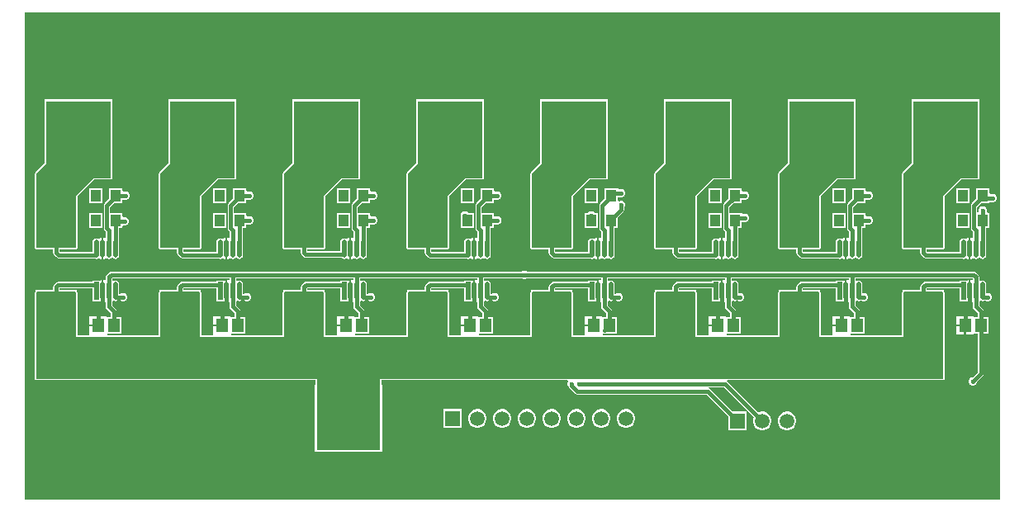
<source format=gbr>
%TF.GenerationSoftware,Altium Limited,Altium Designer,23.10.1 (27)*%
G04 Layer_Physical_Order=1*
G04 Layer_Color=255*
%FSLAX45Y45*%
%MOMM*%
%TF.SameCoordinates,A038C99E-A49E-49FA-BA90-4B12FE75E0D5*%
%TF.FilePolarity,Positive*%
%TF.FileFunction,Copper,L1,Top,Signal*%
%TF.Part,Single*%
G01*
G75*
%TA.AperFunction,SMDPad,CuDef*%
%ADD10R,1.10000X1.30000*%
%ADD11R,1.30464X1.45620*%
G04:AMPARAMS|DCode=12|XSize=1.8565mm|YSize=0.49798mm|CornerRadius=0.24899mm|HoleSize=0mm|Usage=FLASHONLY|Rotation=90.000|XOffset=0mm|YOffset=0mm|HoleType=Round|Shape=RoundedRectangle|*
%AMROUNDEDRECTD12*
21,1,1.85650,0.00000,0,0,90.0*
21,1,1.35852,0.49798,0,0,90.0*
1,1,0.49798,0.00000,0.67926*
1,1,0.49798,0.00000,-0.67926*
1,1,0.49798,0.00000,-0.67926*
1,1,0.49798,0.00000,0.67926*
%
%ADD12ROUNDEDRECTD12*%
%ADD13R,0.49798X1.85650*%
%ADD14R,4.00000X1.80000*%
%TA.AperFunction,Conductor*%
%ADD15C,0.38100*%
%TA.AperFunction,ComponentPad*%
%ADD16R,6.50000X6.50000*%
%ADD17R,6.50000X6.50000*%
%ADD18R,1.50000X1.50000*%
%ADD19C,1.50000*%
%TA.AperFunction,ViaPad*%
%ADD20C,0.45000*%
%ADD21C,0.50000*%
G36*
X14500000Y7700000D02*
X4500000D01*
Y12700000D01*
X14500000D01*
Y7700000D01*
D02*
G37*
%LPC*%
G36*
X10586700Y10898100D02*
X10451300D01*
Y10788481D01*
X10402059Y10739240D01*
X10395042Y10728738D01*
X10392578Y10716350D01*
Y10485225D01*
X10395042Y10472837D01*
X10402059Y10462334D01*
X10414128Y10450266D01*
Y10388884D01*
X10401428Y10382096D01*
X10399019Y10383706D01*
X10391500Y10385201D01*
Y10273485D01*
Y10161770D01*
X10399019Y10163266D01*
X10413870Y10173189D01*
X10428566Y10172323D01*
X10431830Y10170142D01*
X10446500Y10167224D01*
X10461171Y10170142D01*
X10470504Y10176379D01*
X10479000Y10177647D01*
X10487496Y10176379D01*
X10496829Y10170142D01*
X10511500Y10167224D01*
X10526170Y10170142D01*
X10538607Y10178452D01*
X10546917Y10190889D01*
X10549836Y10205560D01*
Y10341412D01*
X10546917Y10356082D01*
X10546110Y10357290D01*
Y10488700D01*
X10586700D01*
Y10598319D01*
X10638770Y10650389D01*
X10645788Y10660892D01*
X10648252Y10673280D01*
Y10693598D01*
X10653230Y10698576D01*
X10659700Y10714197D01*
Y10731104D01*
X10653230Y10746724D01*
X10641274Y10758680D01*
X10625654Y10765150D01*
X10608746D01*
X10599400Y10761279D01*
X10586700Y10768847D01*
Y10799603D01*
X10599400Y10807171D01*
X10608746Y10803300D01*
X10625654D01*
X10641274Y10809770D01*
X10653230Y10821726D01*
X10659700Y10837346D01*
Y10854254D01*
X10653230Y10869874D01*
X10641274Y10881830D01*
X10625654Y10888300D01*
X10608746D01*
X10599400Y10884429D01*
X10586700Y10891997D01*
Y10898100D01*
D02*
G37*
G36*
X13126700D02*
X12991299D01*
Y10788481D01*
X12942059Y10739240D01*
X12935042Y10728738D01*
X12932578Y10716350D01*
Y10485225D01*
X12935042Y10472837D01*
X12942059Y10462334D01*
X12954128Y10450266D01*
Y10388884D01*
X12941428Y10382096D01*
X12939018Y10383706D01*
X12931500Y10385201D01*
Y10273485D01*
Y10161770D01*
X12939018Y10163266D01*
X12953870Y10173189D01*
X12968565Y10172323D01*
X12971831Y10170142D01*
X12986501Y10167224D01*
X13001170Y10170142D01*
X13013606Y10178452D01*
X13024393D01*
X13036829Y10170142D01*
X13051500Y10167224D01*
X13066170Y10170142D01*
X13078607Y10178452D01*
X13086917Y10190889D01*
X13089836Y10205560D01*
Y10341412D01*
X13086917Y10356082D01*
X13086110Y10357290D01*
Y10488700D01*
X13126700D01*
Y10520203D01*
X13139400Y10527771D01*
X13148746Y10523900D01*
X13165654D01*
X13181274Y10530370D01*
X13193230Y10542326D01*
X13199699Y10557946D01*
Y10574854D01*
X13193230Y10590474D01*
X13181274Y10602430D01*
X13165654Y10608900D01*
X13148746D01*
X13139400Y10605029D01*
X13126700Y10612597D01*
Y10644100D01*
X12997322D01*
Y10702941D01*
X13037080Y10742700D01*
X13126700D01*
Y10774203D01*
X13139400Y10781771D01*
X13148746Y10777900D01*
X13165654D01*
X13181274Y10784370D01*
X13193230Y10796326D01*
X13199699Y10811946D01*
Y10828854D01*
X13193230Y10844474D01*
X13181274Y10856430D01*
X13165654Y10862900D01*
X13148746D01*
X13139400Y10859029D01*
X13126700Y10866597D01*
Y10898100D01*
D02*
G37*
G36*
X11856700D02*
X11721300D01*
Y10788481D01*
X11672059Y10739240D01*
X11665042Y10728738D01*
X11662578Y10716350D01*
Y10485225D01*
X11665042Y10472837D01*
X11672059Y10462334D01*
X11684128Y10450266D01*
Y10388884D01*
X11671428Y10382096D01*
X11669019Y10383706D01*
X11661500Y10385201D01*
Y10273485D01*
Y10161770D01*
X11669019Y10163266D01*
X11683870Y10173189D01*
X11698566Y10172323D01*
X11701830Y10170142D01*
X11716500Y10167224D01*
X11731171Y10170142D01*
X11743607Y10178452D01*
X11754393D01*
X11766829Y10170142D01*
X11781500Y10167224D01*
X11796170Y10170142D01*
X11808607Y10178452D01*
X11816917Y10190889D01*
X11819836Y10205560D01*
Y10341412D01*
X11816917Y10356082D01*
X11816110Y10357290D01*
Y10488700D01*
X11856700D01*
Y10545603D01*
X11869400Y10553171D01*
X11878746Y10549300D01*
X11895654D01*
X11911274Y10555770D01*
X11923230Y10567726D01*
X11929700Y10583346D01*
Y10600254D01*
X11923230Y10615874D01*
X11911274Y10627830D01*
X11895654Y10634300D01*
X11878746D01*
X11869400Y10630429D01*
X11856700Y10637997D01*
Y10644100D01*
X11727322D01*
Y10702941D01*
X11767081Y10742700D01*
X11856700D01*
Y10774203D01*
X11869400Y10781771D01*
X11878746Y10777900D01*
X11895654D01*
X11911274Y10784370D01*
X11923230Y10796326D01*
X11929700Y10811946D01*
Y10828854D01*
X11923230Y10844474D01*
X11911274Y10856430D01*
X11895654Y10862900D01*
X11878746D01*
X11869400Y10859029D01*
X11856700Y10866597D01*
Y10898100D01*
D02*
G37*
G36*
X9316700D02*
X9181300D01*
Y10788481D01*
X9132059Y10739240D01*
X9125042Y10728738D01*
X9122578Y10716350D01*
Y10485225D01*
X9125042Y10472837D01*
X9132059Y10462334D01*
X9144128Y10450266D01*
Y10388884D01*
X9131428Y10382096D01*
X9129019Y10383706D01*
X9121500Y10385201D01*
Y10273485D01*
Y10161770D01*
X9129019Y10163266D01*
X9143870Y10173189D01*
X9158566Y10172323D01*
X9161830Y10170142D01*
X9176500Y10167224D01*
X9191171Y10170142D01*
X9200504Y10176379D01*
X9209000Y10177647D01*
X9217496Y10176379D01*
X9226829Y10170142D01*
X9241500Y10167224D01*
X9256170Y10170142D01*
X9268607Y10178452D01*
X9276917Y10190889D01*
X9279836Y10205560D01*
Y10341412D01*
X9276917Y10356082D01*
X9276110Y10357290D01*
Y10488700D01*
X9316700D01*
Y10521963D01*
X9319892Y10524772D01*
X9329400Y10529067D01*
X9341874Y10523900D01*
X9358781D01*
X9374402Y10530370D01*
X9386357Y10542326D01*
X9392827Y10557946D01*
Y10574854D01*
X9386357Y10590474D01*
X9374402Y10602430D01*
X9358781Y10608900D01*
X9341874D01*
X9329400Y10603733D01*
X9319892Y10608028D01*
X9316700Y10610837D01*
Y10644100D01*
X9187322D01*
Y10702941D01*
X9227081Y10742700D01*
X9316700D01*
Y10774203D01*
X9329400Y10781771D01*
X9338746Y10777900D01*
X9355654D01*
X9371274Y10784370D01*
X9383230Y10796326D01*
X9389700Y10811946D01*
Y10828854D01*
X9383230Y10844474D01*
X9371274Y10856430D01*
X9355654Y10862900D01*
X9338746D01*
X9329400Y10859029D01*
X9316700Y10866597D01*
Y10898100D01*
D02*
G37*
G36*
X8046700D02*
X7911300D01*
Y10788481D01*
X7862059Y10739240D01*
X7855042Y10728738D01*
X7852578Y10716350D01*
Y10485225D01*
X7855042Y10472837D01*
X7862059Y10462334D01*
X7874128Y10450266D01*
Y10388884D01*
X7861428Y10382096D01*
X7859019Y10383706D01*
X7851500Y10385201D01*
Y10273485D01*
Y10161770D01*
X7859019Y10163266D01*
X7873870Y10173189D01*
X7888566Y10172323D01*
X7891830Y10170142D01*
X7906500Y10167224D01*
X7921171Y10170142D01*
X7933607Y10178452D01*
X7944393D01*
X7956829Y10170142D01*
X7971500Y10167224D01*
X7986170Y10170142D01*
X7998607Y10178452D01*
X8006917Y10190889D01*
X8009836Y10205560D01*
Y10341412D01*
X8006917Y10356082D01*
X8006110Y10357290D01*
Y10488700D01*
X8046700D01*
Y10520203D01*
X8059400Y10527771D01*
X8068746Y10523900D01*
X8085654D01*
X8101274Y10530370D01*
X8113230Y10542326D01*
X8119700Y10557946D01*
Y10574854D01*
X8113230Y10590474D01*
X8101274Y10602430D01*
X8085654Y10608900D01*
X8068746D01*
X8059400Y10605029D01*
X8046700Y10612597D01*
Y10644100D01*
X7917322D01*
Y10702941D01*
X7957081Y10742700D01*
X8046700D01*
Y10774203D01*
X8059400Y10781771D01*
X8068746Y10777900D01*
X8085654D01*
X8101274Y10784370D01*
X8113230Y10796326D01*
X8119700Y10811946D01*
Y10828854D01*
X8113230Y10844474D01*
X8101274Y10856430D01*
X8085654Y10862900D01*
X8068746D01*
X8059400Y10859029D01*
X8046700Y10866597D01*
Y10898100D01*
D02*
G37*
G36*
X6776700D02*
X6641300D01*
Y10788481D01*
X6592059Y10739240D01*
X6585042Y10728738D01*
X6582578Y10716350D01*
Y10485225D01*
X6585042Y10472837D01*
X6592059Y10462334D01*
X6604128Y10450266D01*
Y10388884D01*
X6591428Y10382096D01*
X6589019Y10383706D01*
X6581500Y10385201D01*
Y10273485D01*
Y10161770D01*
X6589019Y10163266D01*
X6603870Y10173189D01*
X6618566Y10172323D01*
X6621830Y10170142D01*
X6636500Y10167224D01*
X6651171Y10170142D01*
X6663607Y10178452D01*
X6674393D01*
X6686829Y10170142D01*
X6701500Y10167224D01*
X6716170Y10170142D01*
X6728607Y10178452D01*
X6736917Y10190889D01*
X6739836Y10205560D01*
Y10341412D01*
X6736917Y10356082D01*
X6736110Y10357290D01*
Y10488700D01*
X6776700D01*
Y10520203D01*
X6789400Y10527771D01*
X6798746Y10523900D01*
X6815654D01*
X6831274Y10530370D01*
X6843230Y10542326D01*
X6849700Y10557946D01*
Y10574854D01*
X6843230Y10590474D01*
X6831274Y10602430D01*
X6815654Y10608900D01*
X6798746D01*
X6789400Y10605029D01*
X6776700Y10612597D01*
Y10644100D01*
X6647322D01*
Y10702941D01*
X6687081Y10742700D01*
X6776700D01*
Y10774203D01*
X6789400Y10781771D01*
X6798746Y10777900D01*
X6815654D01*
X6831274Y10784370D01*
X6843230Y10796326D01*
X6849700Y10811946D01*
Y10828854D01*
X6843230Y10844474D01*
X6831274Y10856430D01*
X6815654Y10862900D01*
X6798746D01*
X6789400Y10859029D01*
X6776700Y10866597D01*
Y10898100D01*
D02*
G37*
G36*
X5506700D02*
X5371300D01*
Y10788481D01*
X5322059Y10739240D01*
X5315042Y10728738D01*
X5312578Y10716350D01*
Y10485225D01*
X5315042Y10472837D01*
X5322059Y10462334D01*
X5334128Y10450266D01*
Y10388884D01*
X5321428Y10382096D01*
X5319019Y10383706D01*
X5311500Y10385201D01*
Y10273485D01*
Y10161770D01*
X5319019Y10163266D01*
X5333870Y10173189D01*
X5348566Y10172323D01*
X5351830Y10170142D01*
X5366500Y10167224D01*
X5381171Y10170142D01*
X5393607Y10178452D01*
X5404393D01*
X5416829Y10170142D01*
X5431500Y10167224D01*
X5446170Y10170142D01*
X5458607Y10178452D01*
X5466917Y10190889D01*
X5469836Y10205560D01*
Y10341412D01*
X5466917Y10356082D01*
X5466110Y10357290D01*
Y10488700D01*
X5506700D01*
Y10508534D01*
X5517260Y10515590D01*
X5519506Y10514659D01*
X5536413D01*
X5552033Y10521130D01*
X5563989Y10533085D01*
X5570459Y10548706D01*
Y10565613D01*
X5563989Y10581233D01*
X5552033Y10593189D01*
X5536413Y10599659D01*
X5519506D01*
X5517260Y10598729D01*
X5506700Y10605784D01*
Y10644100D01*
X5377322D01*
Y10702941D01*
X5417081Y10742700D01*
X5506700D01*
Y10774203D01*
X5519400Y10781771D01*
X5528746Y10777900D01*
X5545654D01*
X5561274Y10784370D01*
X5573230Y10796326D01*
X5579700Y10811946D01*
Y10828854D01*
X5573230Y10844474D01*
X5561274Y10856430D01*
X5545654Y10862900D01*
X5528746D01*
X5519400Y10859029D01*
X5506700Y10866597D01*
Y10898100D01*
D02*
G37*
G36*
X14396700D02*
X14261301D01*
Y10788481D01*
X14212059Y10739240D01*
X14205042Y10728738D01*
X14202579Y10716350D01*
Y10485225D01*
X14205042Y10472837D01*
X14212059Y10462334D01*
X14224129Y10450266D01*
Y10388884D01*
X14211427Y10382096D01*
X14209019Y10383706D01*
X14201500Y10385201D01*
Y10273485D01*
Y10161770D01*
X14209019Y10163266D01*
X14223869Y10173189D01*
X14238567Y10172323D01*
X14241830Y10170142D01*
X14256500Y10167224D01*
X14271172Y10170142D01*
X14283607Y10178452D01*
X14294392D01*
X14306828Y10170142D01*
X14321500Y10167224D01*
X14336169Y10170142D01*
X14348607Y10178452D01*
X14356917Y10190889D01*
X14359836Y10205560D01*
Y10341412D01*
X14356917Y10356082D01*
X14356110Y10357290D01*
Y10488700D01*
X14396700D01*
Y10644100D01*
X14373132D01*
X14366077Y10654660D01*
X14368100Y10659546D01*
Y10676454D01*
X14361630Y10692074D01*
X14349673Y10704030D01*
X14334055Y10710500D01*
X14317146D01*
X14301526Y10704030D01*
X14289571Y10692074D01*
X14283099Y10676454D01*
Y10659546D01*
X14283215Y10659268D01*
X14274872Y10648318D01*
X14267322Y10650216D01*
Y10702941D01*
X14307082Y10742700D01*
X14396700D01*
Y10748434D01*
X14409399Y10756003D01*
X14418745Y10752132D01*
X14435654D01*
X14451274Y10758602D01*
X14463229Y10770557D01*
X14469701Y10786178D01*
Y10803085D01*
X14463229Y10818706D01*
X14451274Y10830661D01*
X14435654Y10837131D01*
X14418745D01*
X14409399Y10833260D01*
X14396700Y10840829D01*
Y10898100D01*
D02*
G37*
G36*
X14186700D02*
X14051300D01*
Y10742700D01*
X14186700D01*
Y10898100D01*
D02*
G37*
G36*
X12916701D02*
X12781300D01*
Y10742700D01*
X12916701D01*
Y10898100D01*
D02*
G37*
G36*
X11646700D02*
X11511300D01*
Y10742700D01*
X11646700D01*
Y10898100D01*
D02*
G37*
G36*
X10376700D02*
X10241300D01*
Y10742700D01*
X10376700D01*
Y10898100D01*
D02*
G37*
G36*
X9106700D02*
X8971300D01*
Y10742700D01*
X9106700D01*
Y10898100D01*
D02*
G37*
G36*
X7836700D02*
X7701300D01*
Y10742700D01*
X7836700D01*
Y10898100D01*
D02*
G37*
G36*
X6566700D02*
X6431300D01*
Y10742700D01*
X6566700D01*
Y10898100D01*
D02*
G37*
G36*
X5296700D02*
X5161300D01*
Y10742700D01*
X5296700D01*
Y10898100D01*
D02*
G37*
G36*
X14186700Y10644100D02*
X14051300D01*
Y10488700D01*
X14186700D01*
Y10644100D01*
D02*
G37*
G36*
X12916701D02*
X12781300D01*
Y10488700D01*
X12916701D01*
Y10644100D01*
D02*
G37*
G36*
X11646700D02*
X11511300D01*
Y10488700D01*
X11646700D01*
Y10644100D01*
D02*
G37*
G36*
X10320854Y10659700D02*
X10303946D01*
X10288326Y10653230D01*
X10279196Y10644100D01*
X10241300D01*
Y10488700D01*
X10376700D01*
Y10644100D01*
X10345604D01*
X10336474Y10653230D01*
X10320854Y10659700D01*
D02*
G37*
G36*
X9025454D02*
X9008546D01*
X8992926Y10653230D01*
X8983796Y10644100D01*
X8971300D01*
Y10488700D01*
X9106700D01*
Y10644100D01*
X9050204D01*
X9041074Y10653230D01*
X9025454Y10659700D01*
D02*
G37*
G36*
X7836700Y10644100D02*
X7701300D01*
Y10488700D01*
X7836700D01*
Y10644100D01*
D02*
G37*
G36*
X6566700D02*
X6431300D01*
Y10488700D01*
X6566700D01*
Y10644100D01*
D02*
G37*
G36*
X5296700D02*
X5161300D01*
Y10488700D01*
X5296700D01*
Y10644100D01*
D02*
G37*
G36*
X6669600Y11805480D02*
X5979600D01*
Y11155241D01*
X5883080Y11058720D01*
X5879053Y11049000D01*
X5879054Y11048999D01*
Y10287000D01*
X5883080Y10277280D01*
X5883300Y10277188D01*
Y10265700D01*
X6063628D01*
Y10233118D01*
X6066092Y10220730D01*
X6073110Y10210228D01*
X6095428Y10187910D01*
X6105930Y10180892D01*
X6118318Y10178428D01*
X6479429D01*
X6491830Y10170142D01*
X6506500Y10167224D01*
X6521171Y10170142D01*
X6524434Y10172323D01*
X6539130Y10173189D01*
X6553981Y10163266D01*
X6561500Y10161770D01*
Y10273485D01*
Y10385201D01*
X6553981Y10383706D01*
X6539130Y10373782D01*
X6524434Y10374649D01*
X6521171Y10376829D01*
X6506500Y10379747D01*
X6491830Y10376829D01*
X6479393Y10368519D01*
X6471083Y10356082D01*
X6468164Y10341412D01*
Y10243172D01*
X6131727D01*
X6128372Y10246527D01*
Y10265700D01*
X6308700D01*
Y10277188D01*
X6308920Y10277280D01*
X6312946Y10287000D01*
Y10814706D01*
X6482694Y10984454D01*
X6654800D01*
X6664520Y10988480D01*
X6668546Y10998200D01*
Y11115480D01*
X6669600D01*
Y11805480D01*
D02*
G37*
G36*
X5399600D02*
X4709600D01*
Y11155241D01*
X4613080Y11058720D01*
X4609053Y11049000D01*
X4609054Y11048999D01*
Y10287000D01*
X4613080Y10277280D01*
X4613300Y10277188D01*
Y10265700D01*
X4793628D01*
Y10236200D01*
X4796092Y10223812D01*
X4803110Y10213310D01*
X4828510Y10187910D01*
X4839012Y10180892D01*
X4851400Y10178428D01*
X5209429D01*
X5221830Y10170142D01*
X5236500Y10167224D01*
X5251171Y10170142D01*
X5254434Y10172323D01*
X5269130Y10173189D01*
X5283981Y10163266D01*
X5291500Y10161770D01*
Y10273485D01*
Y10385201D01*
X5283981Y10383706D01*
X5269130Y10373782D01*
X5254434Y10374649D01*
X5251171Y10376829D01*
X5236500Y10379747D01*
X5221830Y10376829D01*
X5209393Y10368519D01*
X5201083Y10356082D01*
X5198164Y10341412D01*
Y10243172D01*
X4864809D01*
X4858372Y10249609D01*
Y10265700D01*
X5038700D01*
Y10277188D01*
X5038920Y10277280D01*
X5042946Y10287000D01*
Y10814706D01*
X5212694Y10984454D01*
X5384800D01*
X5394520Y10988480D01*
X5398546Y10998200D01*
Y11115480D01*
X5399600D01*
Y11805480D01*
D02*
G37*
G36*
X14289600D02*
X13599600D01*
Y11155241D01*
X13503081Y11058720D01*
X13499052Y11049000D01*
X13499054Y11048999D01*
Y10287000D01*
X13503081Y10277280D01*
X13503300Y10277188D01*
Y10265700D01*
X13683627D01*
Y10233118D01*
X13686092Y10220730D01*
X13693111Y10210228D01*
X13715428Y10187910D01*
X13725929Y10180892D01*
X13738318Y10178428D01*
X14099429D01*
X14111830Y10170142D01*
X14126500Y10167224D01*
X14141171Y10170142D01*
X14144434Y10172323D01*
X14159129Y10173189D01*
X14173981Y10163266D01*
X14181500Y10161770D01*
Y10273485D01*
Y10385201D01*
X14173981Y10383706D01*
X14159129Y10373782D01*
X14144434Y10374649D01*
X14141171Y10376829D01*
X14126500Y10379747D01*
X14111830Y10376829D01*
X14099393Y10368519D01*
X14091083Y10356082D01*
X14088164Y10341412D01*
Y10243172D01*
X13751727D01*
X13748372Y10246527D01*
Y10265700D01*
X13928700D01*
Y10277188D01*
X13928920Y10277280D01*
X13932945Y10287000D01*
Y10814706D01*
X14102695Y10984454D01*
X14274800D01*
X14284520Y10988480D01*
X14288547Y10998200D01*
Y11115480D01*
X14289600D01*
Y11805480D01*
D02*
G37*
G36*
X13019600D02*
X12329600D01*
Y11155241D01*
X12233080Y11058720D01*
X12229053Y11049000D01*
X12229054Y11048999D01*
Y10287000D01*
X12233080Y10277280D01*
X12233300Y10277188D01*
Y10265700D01*
X12413628D01*
Y10233118D01*
X12416092Y10220730D01*
X12423110Y10210228D01*
X12445428Y10187910D01*
X12455930Y10180892D01*
X12468318Y10178428D01*
X12829430D01*
X12841830Y10170142D01*
X12856500Y10167224D01*
X12871172Y10170142D01*
X12874434Y10172323D01*
X12889130Y10173189D01*
X12903981Y10163266D01*
X12911501Y10161770D01*
Y10273485D01*
Y10385201D01*
X12903981Y10383706D01*
X12889130Y10373782D01*
X12874434Y10374649D01*
X12871172Y10376829D01*
X12856500Y10379747D01*
X12841830Y10376829D01*
X12829393Y10368519D01*
X12821083Y10356082D01*
X12818164Y10341412D01*
Y10243172D01*
X12481727D01*
X12478372Y10246527D01*
Y10265700D01*
X12658700D01*
Y10277188D01*
X12658920Y10277280D01*
X12662946Y10287000D01*
Y10814706D01*
X12832693Y10984454D01*
X13004800D01*
X13014520Y10988480D01*
X13018546Y10998200D01*
Y11115480D01*
X13019600D01*
Y11805480D01*
D02*
G37*
G36*
X11749600D02*
X11059600D01*
Y11155241D01*
X10963080Y11058720D01*
X10959053Y11049000D01*
X10959054Y11048999D01*
Y10287000D01*
X10963080Y10277280D01*
X10963300Y10277188D01*
Y10265700D01*
X11143628D01*
Y10233118D01*
X11146092Y10220730D01*
X11153110Y10210228D01*
X11175428Y10187910D01*
X11185930Y10180892D01*
X11198318Y10178428D01*
X11559429D01*
X11571830Y10170142D01*
X11586500Y10167224D01*
X11601171Y10170142D01*
X11604434Y10172323D01*
X11619130Y10173189D01*
X11633981Y10163266D01*
X11641500Y10161770D01*
Y10273485D01*
Y10385201D01*
X11633981Y10383706D01*
X11619130Y10373782D01*
X11604434Y10374649D01*
X11601171Y10376829D01*
X11586500Y10379747D01*
X11571830Y10376829D01*
X11559393Y10368519D01*
X11551083Y10356082D01*
X11548164Y10341412D01*
Y10243172D01*
X11211727D01*
X11208372Y10246527D01*
Y10265700D01*
X11388700D01*
Y10277188D01*
X11388920Y10277280D01*
X11392946Y10287000D01*
Y10814706D01*
X11562694Y10984454D01*
X11734800D01*
X11744520Y10988480D01*
X11748546Y10998200D01*
Y11115480D01*
X11749600D01*
Y11805480D01*
D02*
G37*
G36*
X10479600D02*
X9789600D01*
Y11155241D01*
X9693080Y11058720D01*
X9689053Y11049000D01*
X9689054Y11048999D01*
Y10287000D01*
X9693080Y10277280D01*
X9693300Y10277188D01*
Y10265700D01*
X9873628D01*
Y10233118D01*
X9876092Y10220730D01*
X9883110Y10210228D01*
X9905428Y10187910D01*
X9915930Y10180892D01*
X9928318Y10178428D01*
X10289429D01*
X10301830Y10170142D01*
X10316500Y10167224D01*
X10331171Y10170142D01*
X10334434Y10172323D01*
X10349130Y10173189D01*
X10363981Y10163266D01*
X10371500Y10161770D01*
Y10273485D01*
Y10385201D01*
X10363981Y10383706D01*
X10349130Y10373782D01*
X10334434Y10374649D01*
X10331171Y10376829D01*
X10316500Y10379747D01*
X10301830Y10376829D01*
X10289393Y10368519D01*
X10281083Y10356082D01*
X10278164Y10341412D01*
Y10243172D01*
X9941727D01*
X9938372Y10246527D01*
Y10265700D01*
X10118700D01*
Y10277188D01*
X10118920Y10277280D01*
X10122946Y10287000D01*
Y10814706D01*
X10292694Y10984454D01*
X10464800D01*
X10474520Y10988480D01*
X10478546Y10998200D01*
Y11115480D01*
X10479600D01*
Y11805480D01*
D02*
G37*
G36*
X9209600D02*
X8519600D01*
Y11155241D01*
X8423080Y11058720D01*
X8419053Y11049000D01*
X8419054Y11048999D01*
Y10287000D01*
X8423080Y10277280D01*
X8423300Y10277188D01*
Y10265700D01*
X8603628D01*
Y10233118D01*
X8606092Y10220730D01*
X8613110Y10210228D01*
X8635428Y10187910D01*
X8645930Y10180892D01*
X8658318Y10178428D01*
X9019429D01*
X9031830Y10170142D01*
X9046500Y10167224D01*
X9061171Y10170142D01*
X9064434Y10172323D01*
X9079130Y10173189D01*
X9093981Y10163266D01*
X9101500Y10161770D01*
Y10273485D01*
Y10385201D01*
X9093981Y10383706D01*
X9079130Y10373782D01*
X9064434Y10374649D01*
X9061171Y10376829D01*
X9046500Y10379747D01*
X9031830Y10376829D01*
X9019393Y10368519D01*
X9011083Y10356082D01*
X9008164Y10341412D01*
Y10243172D01*
X8671727D01*
X8668372Y10246527D01*
Y10265700D01*
X8848700D01*
Y10277188D01*
X8848920Y10277280D01*
X8852946Y10287000D01*
Y10814706D01*
X9022694Y10984454D01*
X9194800D01*
X9204520Y10988480D01*
X9208546Y10998200D01*
Y11115480D01*
X9209600D01*
Y11805480D01*
D02*
G37*
G36*
X7939600D02*
X7249600D01*
Y11155241D01*
X7153080Y11058720D01*
X7149053Y11049000D01*
X7149054Y11048999D01*
Y10287000D01*
X7153080Y10277280D01*
X7153300Y10277188D01*
Y10265700D01*
X7333628D01*
Y10233118D01*
X7336092Y10220730D01*
X7343110Y10210228D01*
X7362346Y10190991D01*
X7372849Y10183974D01*
X7385237Y10181509D01*
X7747350D01*
X7749393Y10178452D01*
X7761830Y10170142D01*
X7776500Y10167224D01*
X7791171Y10170142D01*
X7794434Y10172323D01*
X7809130Y10173189D01*
X7823981Y10163266D01*
X7831500Y10161770D01*
Y10273485D01*
Y10385201D01*
X7823981Y10383706D01*
X7809130Y10373782D01*
X7794434Y10374649D01*
X7791171Y10376829D01*
X7776500Y10379747D01*
X7761830Y10376829D01*
X7749393Y10368519D01*
X7741083Y10356082D01*
X7738164Y10341412D01*
Y10246254D01*
X7398646D01*
X7398372Y10246527D01*
Y10265700D01*
X7578700D01*
Y10277188D01*
X7578920Y10277280D01*
X7582946Y10287000D01*
Y10814706D01*
X7752694Y10984454D01*
X7924800D01*
X7934520Y10988480D01*
X7938546Y10998200D01*
Y11115480D01*
X7939600D01*
Y11805480D01*
D02*
G37*
G36*
X9635054Y10050100D02*
X9618146D01*
X9602526Y10043630D01*
X9598868Y10039972D01*
X5388819D01*
X5376430Y10037508D01*
X5365928Y10030490D01*
X5343610Y10008172D01*
X5336592Y9997670D01*
X5334128Y9985282D01*
Y9958713D01*
X5321428Y9951924D01*
X5319019Y9953534D01*
X5311501Y9955030D01*
Y9843315D01*
Y9731599D01*
X5319019Y9733094D01*
X5321428Y9734704D01*
X5334128Y9727916D01*
Y9679887D01*
X5336592Y9667498D01*
X5343610Y9656996D01*
X5382206Y9618400D01*
Y9572410D01*
X5338654D01*
Y9579710D01*
X5263422D01*
Y9486900D01*
X5253422D01*
Y9476900D01*
X5168190D01*
Y9394090D01*
X5158698Y9386346D01*
X5042946D01*
Y9829800D01*
X5038920Y9839520D01*
X5038700Y9839612D01*
Y9851100D01*
X4858372D01*
Y9870273D01*
X4858646Y9870546D01*
X5198901D01*
Y9737789D01*
X5274099D01*
X5282877Y9733802D01*
X5283971Y9733101D01*
X5283981Y9733094D01*
X5291501Y9731599D01*
Y9843315D01*
Y9955030D01*
X5283981Y9953534D01*
X5283971Y9953527D01*
X5282877Y9952827D01*
X5274099Y9948839D01*
X5198901D01*
Y9935291D01*
X4845237D01*
X4832849Y9932826D01*
X4822346Y9925809D01*
X4803110Y9906572D01*
X4796092Y9896070D01*
X4793628Y9883682D01*
Y9851100D01*
X4613300D01*
Y9839612D01*
X4613080Y9839520D01*
X4609054Y9829800D01*
Y9372600D01*
Y9118600D01*
Y8940800D01*
X4613080Y8931080D01*
X4622800Y8927054D01*
X7484214D01*
X7484232Y8885434D01*
X7478200Y8879400D01*
X7478200D01*
Y8189400D01*
X8168200D01*
Y8879400D01*
X8161925D01*
Y8927054D01*
X10068189D01*
X10073450Y8914354D01*
X10073170Y8914074D01*
X10066700Y8898454D01*
Y8881546D01*
X10073170Y8865926D01*
X10080445Y8858652D01*
X10080612Y8857810D01*
X10087630Y8847308D01*
X10144028Y8790910D01*
X10154530Y8783892D01*
X10166918Y8781428D01*
X11492791D01*
X11716000Y8558219D01*
Y8414000D01*
X11906000D01*
Y8604000D01*
X11761781D01*
X11529090Y8836690D01*
X11518588Y8843708D01*
X11512455Y8844928D01*
X11513706Y8857628D01*
X11670591D01*
X11978698Y8549521D01*
X11976474Y8545668D01*
X11970000Y8521507D01*
Y8496493D01*
X11976474Y8472332D01*
X11988981Y8450669D01*
X12006669Y8432981D01*
X12028332Y8420474D01*
X12052493Y8414000D01*
X12077507D01*
X12101668Y8420474D01*
X12123331Y8432981D01*
X12141019Y8450669D01*
X12153526Y8472332D01*
X12160000Y8496493D01*
Y8521507D01*
X12153526Y8545668D01*
X12141019Y8567331D01*
X12123331Y8585019D01*
X12101668Y8597526D01*
X12077507Y8604000D01*
X12052493D01*
X12028332Y8597526D01*
X12024479Y8595302D01*
X11706890Y8912890D01*
X11704701Y8914354D01*
X11708554Y8927054D01*
X13919200D01*
X13928920Y8931080D01*
X13932945Y8940800D01*
Y9372600D01*
Y9829800D01*
X13928920Y9839520D01*
X13928700Y9839612D01*
Y9851100D01*
X13748372D01*
Y9870273D01*
X13751727Y9873628D01*
X14088901D01*
Y9737789D01*
X14164099D01*
X14172878Y9733802D01*
X14173972Y9733101D01*
X14173981Y9733094D01*
X14181500Y9731599D01*
Y9843315D01*
Y9955030D01*
X14173981Y9953534D01*
X14173972Y9953527D01*
X14172878Y9952827D01*
X14164099Y9948839D01*
X14088901D01*
Y9938372D01*
X13738318D01*
X13725929Y9935908D01*
X13715428Y9928890D01*
X13693111Y9906572D01*
X13686092Y9896070D01*
X13683627Y9883682D01*
Y9851100D01*
X13503300D01*
Y9839612D01*
X13503081Y9839520D01*
X13499054Y9829800D01*
Y9386346D01*
X12977921D01*
X12968962Y9399047D01*
X12969797Y9401390D01*
X13112511D01*
Y9572410D01*
X13066949D01*
Y9631809D01*
X13064487Y9644197D01*
X13057469Y9654699D01*
X13018872Y9693296D01*
Y9736695D01*
X13031572Y9743484D01*
X13036829Y9739971D01*
X13051500Y9737053D01*
X13066170Y9739971D01*
X13077654Y9747643D01*
X13082326Y9742970D01*
X13097946Y9736500D01*
X13114854D01*
X13130473Y9742970D01*
X13142430Y9754926D01*
X13148900Y9770546D01*
Y9787454D01*
X13142430Y9803074D01*
X13130473Y9815030D01*
X13114854Y9821500D01*
X13097948D01*
X13089836Y9826919D01*
Y9911240D01*
X13086917Y9925911D01*
X13078607Y9938348D01*
X13066170Y9946658D01*
X13051500Y9949576D01*
X13036829Y9946658D01*
X13031572Y9943145D01*
X13018872Y9949933D01*
Y9975228D01*
X14220773D01*
X14224129Y9971873D01*
Y9958713D01*
X14211427Y9951924D01*
X14209019Y9953534D01*
X14201501Y9955030D01*
Y9843315D01*
Y9731599D01*
X14209019Y9733094D01*
X14211427Y9734704D01*
X14224129Y9727916D01*
Y9679887D01*
X14226591Y9667498D01*
X14233611Y9656996D01*
X14272206Y9618400D01*
Y9572410D01*
X14228654D01*
Y9579710D01*
X14153423D01*
Y9486900D01*
Y9394090D01*
X14228654D01*
Y9401390D01*
X14272206D01*
Y9009387D01*
X14220718Y8957900D01*
X14215546D01*
X14199927Y8951430D01*
X14187970Y8939474D01*
X14181500Y8923854D01*
Y8906946D01*
X14187970Y8891326D01*
X14199927Y8879370D01*
X14215546Y8872900D01*
X14232454D01*
X14248074Y8879370D01*
X14260030Y8891326D01*
X14266499Y8906946D01*
Y8912119D01*
X14327469Y8973088D01*
X14334486Y8983590D01*
X14336951Y8995978D01*
Y9401390D01*
X14382510D01*
Y9572410D01*
X14336951D01*
Y9631809D01*
X14334486Y9644197D01*
X14327469Y9654699D01*
X14288872Y9693296D01*
Y9736695D01*
X14301572Y9743484D01*
X14306828Y9739971D01*
X14321500Y9737053D01*
X14336169Y9739971D01*
X14347653Y9747643D01*
X14352325Y9742970D01*
X14367946Y9736500D01*
X14384854D01*
X14400475Y9742970D01*
X14412430Y9754926D01*
X14418900Y9770546D01*
Y9787454D01*
X14412430Y9803074D01*
X14400475Y9815030D01*
X14384854Y9821500D01*
X14367947D01*
X14359836Y9826919D01*
Y9911240D01*
X14356917Y9925911D01*
X14348607Y9938348D01*
X14336169Y9946658D01*
X14321500Y9949576D01*
X14306828Y9946658D01*
X14301572Y9943145D01*
X14288872Y9949933D01*
Y9985282D01*
X14286407Y9997670D01*
X14279391Y10008172D01*
X14257072Y10030490D01*
X14246570Y10037508D01*
X14234183Y10039972D01*
X9654332D01*
X9650674Y10043630D01*
X9635054Y10050100D01*
D02*
G37*
G36*
X14133421Y9579710D02*
X14058189D01*
Y9496900D01*
X14133421D01*
Y9579710D01*
D02*
G37*
G36*
X5243422D02*
X5168190D01*
Y9496900D01*
X5243422D01*
Y9579710D01*
D02*
G37*
G36*
X14133421Y9476900D02*
X14058189D01*
Y9394090D01*
X14133421D01*
Y9476900D01*
D02*
G37*
G36*
X10680507Y8629400D02*
X10655493D01*
X10631332Y8622926D01*
X10609669Y8610419D01*
X10591981Y8592731D01*
X10579474Y8571068D01*
X10573000Y8546907D01*
Y8521893D01*
X10579474Y8497732D01*
X10591981Y8476069D01*
X10609669Y8458381D01*
X10631332Y8445874D01*
X10655493Y8439400D01*
X10680507D01*
X10704668Y8445874D01*
X10726331Y8458381D01*
X10744019Y8476069D01*
X10756526Y8497732D01*
X10763000Y8521893D01*
Y8546907D01*
X10756526Y8571068D01*
X10744019Y8592731D01*
X10726331Y8610419D01*
X10704668Y8622926D01*
X10680507Y8629400D01*
D02*
G37*
G36*
X10426507D02*
X10401493D01*
X10377332Y8622926D01*
X10355669Y8610419D01*
X10337981Y8592731D01*
X10325474Y8571068D01*
X10319000Y8546907D01*
Y8521893D01*
X10325474Y8497732D01*
X10337981Y8476069D01*
X10355669Y8458381D01*
X10377332Y8445874D01*
X10401493Y8439400D01*
X10426507D01*
X10450668Y8445874D01*
X10472331Y8458381D01*
X10490019Y8476069D01*
X10502526Y8497732D01*
X10509000Y8521893D01*
Y8546907D01*
X10502526Y8571068D01*
X10490019Y8592731D01*
X10472331Y8610419D01*
X10450668Y8622926D01*
X10426507Y8629400D01*
D02*
G37*
G36*
X10172507D02*
X10147493D01*
X10123332Y8622926D01*
X10101669Y8610419D01*
X10083981Y8592731D01*
X10071474Y8571068D01*
X10065000Y8546907D01*
Y8521893D01*
X10071474Y8497732D01*
X10083981Y8476069D01*
X10101669Y8458381D01*
X10123332Y8445874D01*
X10147493Y8439400D01*
X10172507D01*
X10196668Y8445874D01*
X10218331Y8458381D01*
X10236019Y8476069D01*
X10248526Y8497732D01*
X10255000Y8521893D01*
Y8546907D01*
X10248526Y8571068D01*
X10236019Y8592731D01*
X10218331Y8610419D01*
X10196668Y8622926D01*
X10172507Y8629400D01*
D02*
G37*
G36*
X9918507D02*
X9893493D01*
X9869332Y8622926D01*
X9847669Y8610419D01*
X9829981Y8592731D01*
X9817474Y8571068D01*
X9811000Y8546907D01*
Y8521893D01*
X9817474Y8497732D01*
X9829981Y8476069D01*
X9847669Y8458381D01*
X9869332Y8445874D01*
X9893493Y8439400D01*
X9918507D01*
X9942668Y8445874D01*
X9964331Y8458381D01*
X9982019Y8476069D01*
X9994526Y8497732D01*
X10001000Y8521893D01*
Y8546907D01*
X9994526Y8571068D01*
X9982019Y8592731D01*
X9964331Y8610419D01*
X9942668Y8622926D01*
X9918507Y8629400D01*
D02*
G37*
G36*
X9664507D02*
X9639493D01*
X9615332Y8622926D01*
X9593669Y8610419D01*
X9575981Y8592731D01*
X9563474Y8571068D01*
X9557000Y8546907D01*
Y8521893D01*
X9563474Y8497732D01*
X9575981Y8476069D01*
X9593669Y8458381D01*
X9615332Y8445874D01*
X9639493Y8439400D01*
X9664507D01*
X9688668Y8445874D01*
X9710331Y8458381D01*
X9728019Y8476069D01*
X9740526Y8497732D01*
X9747000Y8521893D01*
Y8546907D01*
X9740526Y8571068D01*
X9728019Y8592731D01*
X9710331Y8610419D01*
X9688668Y8622926D01*
X9664507Y8629400D01*
D02*
G37*
G36*
X9410507D02*
X9385493D01*
X9361332Y8622926D01*
X9339669Y8610419D01*
X9321981Y8592731D01*
X9309474Y8571068D01*
X9303000Y8546907D01*
Y8521893D01*
X9309474Y8497732D01*
X9321981Y8476069D01*
X9339669Y8458381D01*
X9361332Y8445874D01*
X9385493Y8439400D01*
X9410507D01*
X9434668Y8445874D01*
X9456331Y8458381D01*
X9474019Y8476069D01*
X9486526Y8497732D01*
X9493000Y8521893D01*
Y8546907D01*
X9486526Y8571068D01*
X9474019Y8592731D01*
X9456331Y8610419D01*
X9434668Y8622926D01*
X9410507Y8629400D01*
D02*
G37*
G36*
X9156507D02*
X9131493D01*
X9107332Y8622926D01*
X9085669Y8610419D01*
X9067981Y8592731D01*
X9055474Y8571068D01*
X9049000Y8546907D01*
Y8521893D01*
X9055474Y8497732D01*
X9067981Y8476069D01*
X9085669Y8458381D01*
X9107332Y8445874D01*
X9131493Y8439400D01*
X9156507D01*
X9180668Y8445874D01*
X9202331Y8458381D01*
X9220019Y8476069D01*
X9232526Y8497732D01*
X9239000Y8521893D01*
Y8546907D01*
X9232526Y8571068D01*
X9220019Y8592731D01*
X9202331Y8610419D01*
X9180668Y8622926D01*
X9156507Y8629400D01*
D02*
G37*
G36*
X8985000D02*
X8795000D01*
Y8439400D01*
X8985000D01*
Y8629400D01*
D02*
G37*
G36*
X12331507Y8604000D02*
X12306493D01*
X12282332Y8597526D01*
X12260669Y8585019D01*
X12242981Y8567331D01*
X12230474Y8545668D01*
X12224000Y8521507D01*
Y8496493D01*
X12230474Y8472332D01*
X12242981Y8450669D01*
X12260669Y8432981D01*
X12282332Y8420474D01*
X12306493Y8414000D01*
X12331507D01*
X12355668Y8420474D01*
X12377331Y8432981D01*
X12395019Y8450669D01*
X12407526Y8472332D01*
X12414000Y8496493D01*
Y8521507D01*
X12407526Y8545668D01*
X12395019Y8567331D01*
X12377331Y8585019D01*
X12355668Y8597526D01*
X12331507Y8604000D01*
D02*
G37*
%LPD*%
G36*
X6654800Y10998200D02*
X6477000D01*
X6299200Y10820400D01*
Y10287000D01*
X5892800D01*
Y11049000D01*
X5994400Y11150600D01*
Y11785600D01*
X6654800D01*
Y10998200D01*
D02*
G37*
G36*
X5384800D02*
X5207000D01*
X5029200Y10820400D01*
Y10287000D01*
X4622800D01*
Y11049000D01*
X4724400Y11150600D01*
Y11785600D01*
X5384800D01*
Y10998200D01*
D02*
G37*
G36*
X14274800D02*
X14097000D01*
X13919200Y10820400D01*
Y10287000D01*
X13512801D01*
Y11049000D01*
X13614400Y11150600D01*
Y11785600D01*
X14274800D01*
Y10998200D01*
D02*
G37*
G36*
X13004800D02*
X12827000D01*
X12649200Y10820400D01*
Y10287000D01*
X12242800D01*
Y11049000D01*
X12344400Y11150600D01*
Y11785600D01*
X13004800D01*
Y10998200D01*
D02*
G37*
G36*
X11734800D02*
X11557000D01*
X11379200Y10820400D01*
Y10287000D01*
X10972800D01*
Y11049000D01*
X11074400Y11150600D01*
Y11785600D01*
X11734800D01*
Y10998200D01*
D02*
G37*
G36*
X10464800D02*
X10287000D01*
X10109200Y10820400D01*
Y10287000D01*
X9702800D01*
Y11049000D01*
X9804400Y11150600D01*
Y11785600D01*
X10464800D01*
Y10998200D01*
D02*
G37*
G36*
X9194800D02*
X9017000D01*
X8839200Y10820400D01*
Y10287000D01*
X8432800D01*
Y11049000D01*
X8534400Y11150600D01*
Y11785600D01*
X9194800D01*
Y10998200D01*
D02*
G37*
G36*
X7924800D02*
X7747000D01*
X7569200Y10820400D01*
Y10287000D01*
X7162800D01*
Y11049000D01*
X7264400Y11150600D01*
Y11785600D01*
X7924800D01*
Y10998200D01*
D02*
G37*
G36*
X10414128Y9958713D02*
X10401428Y9951924D01*
X10399019Y9953534D01*
X10391501Y9955030D01*
Y9843315D01*
Y9731599D01*
X10399019Y9733094D01*
X10401428Y9734704D01*
X10414128Y9727916D01*
Y9679886D01*
X10416592Y9667498D01*
X10423610Y9656996D01*
X10462206Y9618399D01*
Y9572410D01*
X10418654D01*
Y9579710D01*
X10343422D01*
Y9486900D01*
X10333422D01*
Y9476900D01*
X10248190D01*
Y9394090D01*
X10238698Y9386346D01*
X10122946D01*
Y9829800D01*
X10118920Y9839520D01*
X10118700Y9839612D01*
Y9851100D01*
X9938372D01*
Y9870273D01*
X9941727Y9873628D01*
X10278901D01*
Y9737789D01*
X10354099D01*
X10362877Y9733802D01*
X10363971Y9733101D01*
X10363981Y9733094D01*
X10371501Y9731599D01*
Y9843315D01*
Y9955030D01*
X10363981Y9953534D01*
X10363971Y9953527D01*
X10362877Y9952827D01*
X10354099Y9948839D01*
X10278901D01*
Y9938372D01*
X9928318D01*
X9915930Y9935908D01*
X9905428Y9928890D01*
X9883110Y9906572D01*
X9876092Y9896070D01*
X9873628Y9883682D01*
Y9851100D01*
X9693300D01*
Y9839612D01*
X9693080Y9839520D01*
X9689054Y9829800D01*
Y9386346D01*
X9167920D01*
X9158962Y9399047D01*
X9159797Y9401390D01*
X9302510D01*
Y9572410D01*
X9256950D01*
Y9631809D01*
X9254486Y9644197D01*
X9247469Y9654699D01*
X9208872Y9693296D01*
Y9736695D01*
X9221572Y9743484D01*
X9226829Y9739971D01*
X9241500Y9737053D01*
X9256170Y9739971D01*
X9268109Y9747948D01*
X9292748D01*
X9297726Y9742970D01*
X9313346Y9736500D01*
X9330254D01*
X9345874Y9742970D01*
X9357830Y9754926D01*
X9364300Y9770546D01*
Y9787454D01*
X9357830Y9803074D01*
X9345874Y9815030D01*
X9330254Y9821500D01*
X9313346D01*
X9297726Y9815030D01*
X9295388Y9812692D01*
X9279836D01*
Y9911240D01*
X9276917Y9925911D01*
X9268607Y9938348D01*
X9256170Y9946658D01*
X9241500Y9949576D01*
X9226829Y9946658D01*
X9221572Y9943145D01*
X9208872Y9949933D01*
Y9975228D01*
X9598868D01*
X9602526Y9971570D01*
X9618146Y9965100D01*
X9635054D01*
X9650674Y9971570D01*
X9654332Y9975228D01*
X10414128D01*
Y9958713D01*
D02*
G37*
G36*
X12954128D02*
X12941428Y9951924D01*
X12939018Y9953534D01*
X12931500Y9955030D01*
Y9843315D01*
Y9731599D01*
X12939018Y9733094D01*
X12941428Y9734704D01*
X12954128Y9727916D01*
Y9679887D01*
X12956592Y9667498D01*
X12963609Y9656996D01*
X13002206Y9618400D01*
Y9572410D01*
X12958653D01*
Y9579710D01*
X12883421D01*
Y9486900D01*
X12873422D01*
Y9476900D01*
X12788190D01*
Y9394090D01*
X12778698Y9386346D01*
X12662946D01*
Y9829800D01*
X12658920Y9839520D01*
X12658700Y9839612D01*
Y9851100D01*
X12478372D01*
Y9870273D01*
X12481727Y9873628D01*
X12818901D01*
Y9737789D01*
X12894099D01*
X12902876Y9733802D01*
X12903970Y9733101D01*
X12903981Y9733094D01*
X12911501Y9731599D01*
Y9843315D01*
Y9955030D01*
X12903981Y9953534D01*
X12903970Y9953527D01*
X12902876Y9952827D01*
X12894099Y9948839D01*
X12818901D01*
Y9938372D01*
X12468318D01*
X12455930Y9935908D01*
X12445428Y9928890D01*
X12423110Y9906572D01*
X12416092Y9896070D01*
X12413628Y9883682D01*
Y9851100D01*
X12233300D01*
Y9839612D01*
X12233080Y9839520D01*
X12229054Y9829800D01*
Y9386346D01*
X11707920D01*
X11698962Y9399047D01*
X11699797Y9401390D01*
X11842510D01*
Y9572410D01*
X11796950D01*
Y9631809D01*
X11794486Y9644197D01*
X11787469Y9654699D01*
X11748872Y9693296D01*
Y9736695D01*
X11761572Y9743484D01*
X11766829Y9739971D01*
X11781500Y9737053D01*
X11796170Y9739971D01*
X11807653Y9747643D01*
X11812326Y9742970D01*
X11827946Y9736500D01*
X11844854D01*
X11860474Y9742970D01*
X11872430Y9754926D01*
X11878900Y9770546D01*
Y9787454D01*
X11872430Y9803074D01*
X11860474Y9815030D01*
X11844854Y9821500D01*
X11827947D01*
X11819836Y9826919D01*
Y9911240D01*
X11816917Y9925911D01*
X11808607Y9938348D01*
X11796170Y9946658D01*
X11781500Y9949576D01*
X11766829Y9946658D01*
X11761572Y9943145D01*
X11748872Y9949933D01*
Y9975228D01*
X12954128D01*
Y9958713D01*
D02*
G37*
G36*
X11684128D02*
X11671428Y9951924D01*
X11669019Y9953534D01*
X11661501Y9955030D01*
Y9843315D01*
Y9731599D01*
X11669019Y9733094D01*
X11671428Y9734704D01*
X11684128Y9727916D01*
Y9679887D01*
X11686592Y9667498D01*
X11693610Y9656996D01*
X11732206Y9618400D01*
Y9572410D01*
X11688654D01*
Y9579710D01*
X11613422D01*
Y9486900D01*
X11603422D01*
Y9476900D01*
X11518190D01*
Y9394090D01*
X11508698Y9386346D01*
X11392946D01*
Y9829800D01*
X11388920Y9839520D01*
X11388700Y9839612D01*
Y9851100D01*
X11208372D01*
Y9870273D01*
X11211727Y9873628D01*
X11548901D01*
Y9737789D01*
X11624099D01*
X11632877Y9733802D01*
X11633971Y9733101D01*
X11633981Y9733094D01*
X11641501Y9731599D01*
Y9843315D01*
Y9955030D01*
X11633981Y9953534D01*
X11633971Y9953527D01*
X11632877Y9952827D01*
X11624099Y9948839D01*
X11548901D01*
Y9938372D01*
X11198318D01*
X11185930Y9935908D01*
X11175428Y9928890D01*
X11153110Y9906572D01*
X11146092Y9896070D01*
X11143628Y9883682D01*
Y9851100D01*
X10963300D01*
Y9839612D01*
X10963080Y9839520D01*
X10959054Y9829800D01*
Y9386346D01*
X10437920D01*
X10428962Y9399047D01*
X10429797Y9401390D01*
X10572510D01*
Y9572410D01*
X10526950D01*
Y9631808D01*
X10524486Y9644197D01*
X10517469Y9654699D01*
X10478872Y9693295D01*
Y9736695D01*
X10491572Y9743484D01*
X10496829Y9739971D01*
X10511500Y9737053D01*
X10526170Y9739971D01*
X10538109Y9747948D01*
X10562748D01*
X10567726Y9742970D01*
X10583346Y9736500D01*
X10600254D01*
X10615874Y9742970D01*
X10627830Y9754926D01*
X10634300Y9770546D01*
Y9787454D01*
X10627830Y9803074D01*
X10615874Y9815030D01*
X10600254Y9821500D01*
X10583346D01*
X10567726Y9815030D01*
X10565388Y9812692D01*
X10549836D01*
Y9911240D01*
X10546917Y9925911D01*
X10538607Y9938348D01*
X10526170Y9946658D01*
X10511500Y9949576D01*
X10496829Y9946658D01*
X10491572Y9943145D01*
X10478872Y9949933D01*
Y9975228D01*
X11684128D01*
Y9958713D01*
D02*
G37*
G36*
X9144128D02*
X9131428Y9951924D01*
X9129019Y9953534D01*
X9121501Y9955030D01*
Y9843315D01*
Y9731599D01*
X9129019Y9733094D01*
X9131428Y9734704D01*
X9144128Y9727916D01*
Y9679887D01*
X9146592Y9667498D01*
X9153610Y9656996D01*
X9192206Y9618400D01*
Y9572410D01*
X9148654D01*
Y9579710D01*
X9073422D01*
Y9486900D01*
X9063422D01*
Y9476900D01*
X8978190D01*
Y9394090D01*
X8968698Y9386346D01*
X8852946D01*
Y9829800D01*
X8848920Y9839520D01*
X8848700Y9839612D01*
Y9851100D01*
X8668372D01*
Y9870273D01*
X8671727Y9873628D01*
X9008901D01*
Y9737789D01*
X9084099D01*
X9092877Y9733802D01*
X9093971Y9733101D01*
X9093981Y9733094D01*
X9101501Y9731599D01*
Y9843315D01*
Y9955030D01*
X9093981Y9953534D01*
X9093971Y9953527D01*
X9092877Y9952827D01*
X9084099Y9948839D01*
X9008901D01*
Y9938372D01*
X8658318D01*
X8645930Y9935908D01*
X8635428Y9928890D01*
X8613110Y9906572D01*
X8606092Y9896070D01*
X8603628Y9883682D01*
Y9851100D01*
X8423300D01*
Y9839612D01*
X8423080Y9839520D01*
X8419054Y9829800D01*
Y9386346D01*
X7897920D01*
X7888962Y9399047D01*
X7889797Y9401390D01*
X8032510D01*
Y9572410D01*
X7986950D01*
Y9631809D01*
X7984486Y9644197D01*
X7977469Y9654699D01*
X7938872Y9693296D01*
Y9736695D01*
X7951572Y9743484D01*
X7956829Y9739971D01*
X7971500Y9737053D01*
X7986170Y9739971D01*
X7998109Y9747948D01*
X8022748D01*
X8027726Y9742970D01*
X8043346Y9736500D01*
X8060254D01*
X8075874Y9742970D01*
X8087830Y9754926D01*
X8094300Y9770546D01*
Y9787454D01*
X8087830Y9803074D01*
X8075874Y9815030D01*
X8060254Y9821500D01*
X8043346D01*
X8027726Y9815030D01*
X8025388Y9812692D01*
X8009836D01*
Y9911240D01*
X8006917Y9925911D01*
X7998607Y9938348D01*
X7986170Y9946658D01*
X7971500Y9949576D01*
X7956829Y9946658D01*
X7951572Y9943145D01*
X7938872Y9949933D01*
Y9975228D01*
X9144128D01*
Y9958713D01*
D02*
G37*
G36*
X7874128D02*
X7861428Y9951924D01*
X7859019Y9953534D01*
X7851501Y9955030D01*
Y9843315D01*
Y9731599D01*
X7859019Y9733094D01*
X7861428Y9734704D01*
X7874128Y9727916D01*
Y9679887D01*
X7876592Y9667498D01*
X7883610Y9656996D01*
X7922206Y9618400D01*
Y9572410D01*
X7878654D01*
Y9579710D01*
X7803422D01*
Y9486900D01*
X7793422D01*
Y9476900D01*
X7708190D01*
Y9394090D01*
X7698698Y9386346D01*
X7582946D01*
Y9829800D01*
X7578920Y9839520D01*
X7578700Y9839612D01*
Y9851100D01*
X7398372D01*
Y9870273D01*
X7401727Y9873628D01*
X7738901D01*
Y9737789D01*
X7814099D01*
X7822877Y9733802D01*
X7823971Y9733101D01*
X7823981Y9733094D01*
X7831501Y9731599D01*
Y9843315D01*
Y9955030D01*
X7823981Y9953534D01*
X7823971Y9953527D01*
X7822877Y9952827D01*
X7814099Y9948839D01*
X7738901D01*
Y9938372D01*
X7388318D01*
X7375930Y9935908D01*
X7365428Y9928890D01*
X7343110Y9906572D01*
X7336092Y9896070D01*
X7333628Y9883682D01*
Y9851100D01*
X7153300D01*
Y9839612D01*
X7153080Y9839520D01*
X7149054Y9829800D01*
Y9386346D01*
X6627920D01*
X6618962Y9399047D01*
X6619797Y9401390D01*
X6762510D01*
Y9572410D01*
X6716950D01*
Y9631809D01*
X6714486Y9644197D01*
X6707469Y9654699D01*
X6668872Y9693296D01*
Y9736695D01*
X6681572Y9743484D01*
X6686829Y9739971D01*
X6701500Y9737053D01*
X6716170Y9739971D01*
X6728109Y9747948D01*
X6752748D01*
X6757726Y9742970D01*
X6773346Y9736500D01*
X6790254D01*
X6805874Y9742970D01*
X6817830Y9754926D01*
X6824300Y9770546D01*
Y9787454D01*
X6817830Y9803074D01*
X6805874Y9815030D01*
X6790254Y9821500D01*
X6773346D01*
X6757726Y9815030D01*
X6755388Y9812692D01*
X6739836D01*
Y9911240D01*
X6736917Y9925911D01*
X6728607Y9938348D01*
X6716170Y9946658D01*
X6701500Y9949576D01*
X6686829Y9946658D01*
X6681572Y9943145D01*
X6668872Y9949933D01*
Y9975228D01*
X7874128D01*
Y9958713D01*
D02*
G37*
G36*
X6604128D02*
X6591428Y9951924D01*
X6589019Y9953534D01*
X6581501Y9955030D01*
Y9843315D01*
Y9731599D01*
X6589019Y9733094D01*
X6591428Y9734704D01*
X6604128Y9727916D01*
Y9679887D01*
X6606592Y9667498D01*
X6613610Y9656996D01*
X6652206Y9618400D01*
Y9572410D01*
X6608654D01*
Y9579710D01*
X6533422D01*
Y9486900D01*
X6523422D01*
Y9476900D01*
X6438190D01*
Y9394090D01*
X6428698Y9386346D01*
X6312946D01*
Y9829800D01*
X6308920Y9839520D01*
X6308700Y9839612D01*
Y9851100D01*
X6128372D01*
Y9870273D01*
X6131727Y9873628D01*
X6468901D01*
Y9737789D01*
X6544099D01*
X6552877Y9733802D01*
X6553971Y9733101D01*
X6553981Y9733094D01*
X6561501Y9731599D01*
Y9843315D01*
Y9955030D01*
X6553981Y9953534D01*
X6553971Y9953527D01*
X6552877Y9952827D01*
X6544099Y9948839D01*
X6468901D01*
Y9938372D01*
X6118318D01*
X6105930Y9935908D01*
X6095428Y9928890D01*
X6073110Y9906572D01*
X6066092Y9896070D01*
X6063628Y9883682D01*
Y9851100D01*
X5883300D01*
Y9839612D01*
X5883080Y9839520D01*
X5879054Y9829800D01*
Y9386346D01*
X5357920D01*
X5348962Y9399047D01*
X5349797Y9401390D01*
X5492510D01*
Y9572410D01*
X5446950D01*
Y9631809D01*
X5444486Y9644197D01*
X5437469Y9654699D01*
X5398872Y9693296D01*
Y9736695D01*
X5411572Y9743484D01*
X5416829Y9739971D01*
X5431500Y9737053D01*
X5446170Y9739971D01*
X5458109Y9747948D01*
X5482748D01*
X5487726Y9742970D01*
X5503346Y9736500D01*
X5520254D01*
X5535874Y9742970D01*
X5547830Y9754926D01*
X5554300Y9770546D01*
Y9787454D01*
X5547830Y9803074D01*
X5535874Y9815030D01*
X5520254Y9821500D01*
X5503346D01*
X5487726Y9815030D01*
X5485388Y9812692D01*
X5469836D01*
Y9911240D01*
X5466917Y9925911D01*
X5458607Y9938348D01*
X5446170Y9946658D01*
X5431500Y9949576D01*
X5416829Y9946658D01*
X5411572Y9943145D01*
X5398872Y9949933D01*
Y9971873D01*
X5402227Y9975228D01*
X6604128D01*
Y9958713D01*
D02*
G37*
G36*
X13919200Y9118600D02*
Y8940800D01*
X8148178D01*
Y8209376D01*
X8148175Y8209374D01*
X7498270D01*
X7497954Y8940800D01*
X4622800D01*
Y9118600D01*
Y9829800D01*
X5029200D01*
Y9372600D01*
X5892800D01*
Y9829800D01*
X6299200D01*
Y9372600D01*
X7162800D01*
Y9829800D01*
X7569200D01*
Y9372600D01*
X8432800D01*
Y9829800D01*
X8839200D01*
Y9372600D01*
X9702800D01*
Y9829800D01*
X10109200D01*
Y9372600D01*
X10972800D01*
Y9829800D01*
X11379200D01*
Y9372600D01*
X12242800D01*
Y9829800D01*
X12649200D01*
Y9372600D01*
X13512801D01*
Y9829800D01*
X13919200D01*
Y9118600D01*
D02*
G37*
%LPC*%
G36*
X10323422Y9579710D02*
X10248190D01*
Y9496900D01*
X10323422D01*
Y9579710D01*
D02*
G37*
G36*
X12863422D02*
X12788190D01*
Y9496900D01*
X12863422D01*
Y9579710D01*
D02*
G37*
G36*
X11593422D02*
X11518190D01*
Y9496900D01*
X11593422D01*
Y9579710D01*
D02*
G37*
G36*
X9053422D02*
X8978190D01*
Y9496900D01*
X9053422D01*
Y9579710D01*
D02*
G37*
G36*
X7783422D02*
X7708190D01*
Y9496900D01*
X7783422D01*
Y9579710D01*
D02*
G37*
G36*
X6513422D02*
X6438190D01*
Y9496900D01*
X6513422D01*
Y9579710D01*
D02*
G37*
%LPD*%
D10*
X12849001Y10566400D02*
D03*
X13059000D02*
D03*
X10309000D02*
D03*
X10519000D02*
D03*
X7769000D02*
D03*
X7979000D02*
D03*
X5229000D02*
D03*
X5439000D02*
D03*
X12849001Y10820400D02*
D03*
X13059000D02*
D03*
X10309000D02*
D03*
X10519000D02*
D03*
X7769000D02*
D03*
X7979000D02*
D03*
X5229000D02*
D03*
X5439000D02*
D03*
X14119000Y10566400D02*
D03*
X14328999D02*
D03*
X11579000D02*
D03*
X11789000D02*
D03*
X9039000D02*
D03*
X9249000D02*
D03*
X6499000D02*
D03*
X6709000D02*
D03*
X14119000Y10820400D02*
D03*
X14328999D02*
D03*
X11579000D02*
D03*
X11789000D02*
D03*
X9039000D02*
D03*
X9249000D02*
D03*
X6499000D02*
D03*
X6709000D02*
D03*
D11*
X9224578Y9486900D02*
D03*
X9063422D02*
D03*
X7954578D02*
D03*
X7793422D02*
D03*
X6684578D02*
D03*
X6523422D02*
D03*
X5414578D02*
D03*
X5253422D02*
D03*
X14304578D02*
D03*
X14143422D02*
D03*
X13034578D02*
D03*
X12873422D02*
D03*
X11764578D02*
D03*
X11603422D02*
D03*
X10494578D02*
D03*
X10333422D02*
D03*
D12*
X9046500Y10273486D02*
D03*
X9111500D02*
D03*
X9176500D02*
D03*
X9241500D02*
D03*
Y9843314D02*
D03*
X9176500D02*
D03*
X9111500D02*
D03*
X7776500Y10273486D02*
D03*
X7841500D02*
D03*
X7906500D02*
D03*
X7971500D02*
D03*
Y9843314D02*
D03*
X7906500D02*
D03*
X7841500D02*
D03*
X6506500Y10273486D02*
D03*
X6571500D02*
D03*
X6636500D02*
D03*
X6701500D02*
D03*
Y9843314D02*
D03*
X6636500D02*
D03*
X6571500D02*
D03*
X5236500Y10273486D02*
D03*
X5301500D02*
D03*
X5366500D02*
D03*
X5431500D02*
D03*
Y9843314D02*
D03*
X5366500D02*
D03*
X5301500D02*
D03*
X14126500Y10273486D02*
D03*
X14191499D02*
D03*
X14256500D02*
D03*
X14321500D02*
D03*
Y9843314D02*
D03*
X14256500D02*
D03*
X14191499D02*
D03*
X12856500Y10273486D02*
D03*
X12921500D02*
D03*
X12986501D02*
D03*
X13051500D02*
D03*
Y9843314D02*
D03*
X12986501D02*
D03*
X12921500D02*
D03*
X11586500Y10273486D02*
D03*
X11651500D02*
D03*
X11716500D02*
D03*
X11781500D02*
D03*
Y9843314D02*
D03*
X11716500D02*
D03*
X11651500D02*
D03*
X10316500Y10273486D02*
D03*
X10381500D02*
D03*
X10446500D02*
D03*
X10511500D02*
D03*
Y9843314D02*
D03*
X10446500D02*
D03*
X10381500D02*
D03*
D13*
X9046500D02*
D03*
X7776500D02*
D03*
X6506500D02*
D03*
X5236500D02*
D03*
X14126500D02*
D03*
X12856500D02*
D03*
X11586500D02*
D03*
X10316500D02*
D03*
D14*
X8636000Y9748400D02*
D03*
Y10368400D02*
D03*
X7366000Y9748400D02*
D03*
Y10368400D02*
D03*
X6096000Y9748400D02*
D03*
Y10368400D02*
D03*
X4826000Y9748400D02*
D03*
Y10368400D02*
D03*
X13716000Y9748400D02*
D03*
Y10368400D02*
D03*
X12446000Y9748400D02*
D03*
Y10368400D02*
D03*
X11176000Y9748400D02*
D03*
Y10368400D02*
D03*
X9906000Y9748400D02*
D03*
Y10368400D02*
D03*
D15*
X9626600Y10007600D02*
X10439400D01*
X9169400D02*
X9626600D01*
X10166918Y8813800D02*
X11506200D01*
X11811000Y8509000D01*
X10110520Y8870198D02*
X10166918Y8813800D01*
X10185400Y8890000D02*
X11684000D01*
X12065000Y8509000D01*
X10109200Y8890000D02*
X10110520Y8888680D01*
Y8870198D02*
Y8888680D01*
X9320480Y9780320D02*
X9321800Y9779000D01*
X9241500Y9785724D02*
Y9843314D01*
X9246904Y9780320D02*
X9320480D01*
X9241500Y9785724D02*
X9246904Y9780320D01*
X14304578Y8995978D02*
Y9486900D01*
X14224001Y8915400D02*
X14304578Y8995978D01*
X5436904Y9780320D02*
X5510480D01*
X5511800Y9779000D01*
X5431500Y9785724D02*
Y9843314D01*
Y9785724D02*
X5436904Y9780320D01*
X5253422Y9486900D02*
Y9631809D01*
X5301500Y9679887D01*
X6780480Y9780320D02*
X6781800Y9779000D01*
X6701500Y9785724D02*
Y9843314D01*
Y9785724D02*
X6706904Y9780320D01*
X6780480D01*
X7971500Y9785724D02*
X7976904Y9780320D01*
X8050480D01*
X7971500Y9785724D02*
Y9843314D01*
X8050480Y9780320D02*
X8051800Y9779000D01*
X10511500Y9785724D02*
X10516904Y9780320D01*
X10590480D01*
X10591800Y9779000D01*
X10511500Y9785724D02*
Y9843314D01*
X11835080Y9780320D02*
X11836400Y9779000D01*
X11786904Y9780320D02*
X11835080D01*
X11781500Y9785724D02*
Y9843314D01*
Y9785724D02*
X11786904Y9780320D01*
X13056905D02*
X13105080D01*
X13106400Y9779000D01*
X13051500Y9785724D02*
Y9843314D01*
Y9785724D02*
X13056905Y9780320D01*
X14321500Y9785724D02*
X14326904Y9780320D01*
X14321500Y9785724D02*
Y9843314D01*
X14326904Y9780320D02*
X14375079D01*
X14376401Y9779000D01*
X11709400Y10007600D02*
X12979401D01*
X9249000Y10566400D02*
X9350328D01*
X7979000D02*
X8077200D01*
X5439000D02*
X5448241Y10557159D01*
X5527959D01*
X10494578Y9486900D02*
Y9631808D01*
X10446500Y9679886D02*
X10494578Y9631808D01*
X10446500Y9679886D02*
Y9842264D01*
X10448396Y9440718D02*
X10494578Y9486900D01*
X10445449Y9843314D02*
X10446500Y9842264D01*
Y9843314D02*
Y10000500D01*
X5439000Y10820400D02*
X5537200D01*
X6709000Y10566400D02*
X6807200D01*
X6709000Y10820400D02*
X6807200D01*
X7979000D02*
X8077200D01*
X9249000D02*
X9347200D01*
X10513738Y10275724D02*
Y10571138D01*
X10615880Y10673280D01*
Y10721330D01*
X10617200Y10722650D01*
X10424950Y10716350D02*
X10554400Y10845800D01*
X10617200D01*
X11789000Y10566400D02*
X11814400Y10591800D01*
X11887200D01*
X11694950Y10716350D02*
X11799000Y10820400D01*
X11887200D01*
X13059000D02*
X13157201D01*
X13059000Y10566400D02*
X13157201D01*
X14326920Y10564320D02*
Y10666680D01*
X14323738Y10561138D02*
X14326920Y10564320D01*
X14325600Y10668000D02*
X14326920Y10666680D01*
X14344769Y10794631D02*
X14427200D01*
X14328999Y10810400D02*
X14344769Y10794631D01*
X6644109Y10007600D02*
X7899400D01*
X5388819D02*
X6644109D01*
X6636500Y9843314D02*
Y9999991D01*
X6644109Y10007600D01*
X7899400D02*
X9169400D01*
X7899400D02*
X7906500Y10000500D01*
Y9843314D02*
Y10000500D01*
X9176500Y9843314D02*
Y10000500D01*
X9169400Y10007600D02*
X9176500Y10000500D01*
X10439400Y10007600D02*
X11709400D01*
X10439400D02*
X10446500Y10000500D01*
X11716500Y9843314D02*
Y10000500D01*
X11709400Y10007600D02*
X11716500Y10000500D01*
X12979401Y10007600D02*
X14234183D01*
X12979401D02*
X12986501Y10000500D01*
Y9843314D02*
Y10000500D01*
X14234183Y10007600D02*
X14256500Y9985282D01*
Y9843314D02*
Y9985282D01*
X5366500D02*
X5388819Y10007600D01*
X5366500Y9843314D02*
Y9985282D01*
X11694950Y10485225D02*
Y10716350D01*
X9906000Y10233118D02*
X9928318Y10210800D01*
X10311096D01*
X9906000Y10233118D02*
Y10368400D01*
X7366000Y10233118D02*
Y10368400D01*
Y10233118D02*
X7385237Y10213882D01*
X7771096D01*
X14234950Y10485225D02*
X14256500Y10463675D01*
Y10273486D02*
Y10463675D01*
X14234950Y10485225D02*
Y10716350D01*
X14328999Y10810400D01*
X14321500Y10273486D02*
X14323738Y10275724D01*
Y10561138D01*
X13059000Y10810400D02*
Y10820400D01*
X12964951Y10716350D02*
X13059000Y10810400D01*
X12964951Y10485225D02*
Y10716350D01*
Y10485225D02*
X12986501Y10463675D01*
Y10273486D02*
Y10463675D01*
X13053738Y10561138D02*
X13059000Y10566400D01*
X13051500Y10273486D02*
X13053738Y10275724D01*
Y10561138D01*
X11694950Y10485225D02*
X11716500Y10463675D01*
Y10273486D02*
Y10463675D01*
X11783738Y10275724D02*
Y10561138D01*
X11781500Y10273486D02*
X11783738Y10275724D01*
Y10561138D02*
X11789000Y10566400D01*
X10424950Y10485225D02*
Y10716350D01*
Y10485225D02*
X10446500Y10463675D01*
Y10273486D02*
Y10463675D01*
X10511500Y10273486D02*
X10513738Y10275724D01*
X9154950Y10485225D02*
Y10716350D01*
X9176500Y10273486D02*
Y10463675D01*
X9154950Y10485225D02*
X9176500Y10463675D01*
X9154950Y10716350D02*
X9249000Y10810400D01*
Y10820400D01*
X9243738Y10561138D02*
X9249000Y10566400D01*
X9241500Y10273486D02*
X9243738Y10275724D01*
Y10561138D01*
X7884950Y10485225D02*
Y10716350D01*
X7906500Y10273486D02*
Y10463675D01*
X7884950Y10485225D02*
X7906500Y10463675D01*
X7884950Y10716350D02*
X7979000Y10810400D01*
Y10820400D01*
X7973738Y10275724D02*
Y10561138D01*
X7971500Y10273486D02*
X7973738Y10275724D01*
Y10561138D02*
X7979000Y10566400D01*
X6614950Y10485225D02*
X6636500Y10463675D01*
X6614950Y10485225D02*
Y10716350D01*
X6636500Y10273486D02*
Y10463675D01*
X6614950Y10716350D02*
X6709000Y10810400D01*
Y10820400D01*
X6701500Y10273486D02*
X6703738Y10275724D01*
Y10561138D01*
X6709000Y10566400D01*
X5344950Y10485225D02*
Y10716350D01*
X5439000Y10810400D01*
Y10820400D01*
X5366500Y10273486D02*
Y10463675D01*
X5344950Y10485225D02*
X5366500Y10463675D01*
X5433738Y10561138D02*
X5439000Y10566400D01*
X5431500Y10273486D02*
X5433738Y10275724D01*
Y10561138D01*
X14256500Y9679887D02*
X14304578Y9631809D01*
X14256500Y9679887D02*
Y9843314D01*
X14304578Y9486900D02*
Y9631809D01*
X14143422Y9486900D02*
Y9631809D01*
X14191499Y9679887D01*
Y9843314D01*
X13034578Y9486900D02*
Y9631809D01*
X12986501Y9679887D02*
X13034578Y9631809D01*
X12986501Y9679887D02*
Y9843314D01*
X12873422Y9631809D02*
X12921500Y9679887D01*
X12873422Y9486900D02*
Y9631809D01*
X12921500Y9679887D02*
Y9843314D01*
X11716500Y9679887D02*
X11764578Y9631809D01*
Y9486900D02*
Y9631809D01*
X11716500Y9679887D02*
Y9843314D01*
X11603422Y9631809D02*
X11651500Y9679887D01*
Y9843314D01*
X11603422Y9486900D02*
Y9631809D01*
X10381500Y9679887D02*
Y9843314D01*
X10333422Y9631809D02*
X10381500Y9679887D01*
X10333422Y9486900D02*
Y9631809D01*
X9176500Y9679887D02*
Y9843314D01*
X9224578Y9486900D02*
Y9631809D01*
X9176500Y9679887D02*
X9224578Y9631809D01*
X9063422D02*
X9111500Y9679887D01*
X9063422Y9486900D02*
Y9631809D01*
X9111500Y9679887D02*
Y9843314D01*
X7906500Y9679887D02*
X7954578Y9631809D01*
Y9486900D02*
Y9631809D01*
X7906500Y9679887D02*
Y9843314D01*
X7793422Y9631809D02*
X7841500Y9679887D01*
X7793422Y9486900D02*
Y9631809D01*
X7841500Y9679887D02*
Y9843314D01*
X6636500Y9679887D02*
Y9843314D01*
X6684578Y9486900D02*
Y9631809D01*
X6636500Y9679887D02*
X6684578Y9631809D01*
X6571500Y9679887D02*
Y9843314D01*
X6523422Y9486900D02*
Y9631809D01*
X6571500Y9679887D01*
X5366500D02*
X5414578Y9631809D01*
X5366500Y9679887D02*
Y9843314D01*
X5414578Y9486900D02*
Y9631809D01*
X5301500Y9679887D02*
Y9843314D01*
X14120651Y9906000D02*
X14126500Y9900151D01*
X13738318Y9906000D02*
X14120651D01*
X13716000Y9883682D02*
X13738318Y9906000D01*
X13716000Y9748400D02*
Y9883682D01*
X14126500Y9843314D02*
Y9900151D01*
X14121095Y10210800D02*
X14126500Y10216204D01*
X13716000Y10233118D02*
X13738318Y10210800D01*
X13716000Y10233118D02*
Y10368400D01*
X14126500Y10216204D02*
Y10273486D01*
X13738318Y10210800D02*
X14121095D01*
X12856500Y9843314D02*
Y9900151D01*
X12468318Y9906000D02*
X12850652D01*
X12446000Y9748400D02*
Y9883682D01*
X12850652Y9906000D02*
X12856500Y9900151D01*
X12446000Y9883682D02*
X12468318Y9906000D01*
X12851096Y10210800D02*
X12856500Y10216204D01*
X12468318Y10210800D02*
X12851096D01*
X12446000Y10233118D02*
Y10368400D01*
X12856500Y10216204D02*
Y10273486D01*
X12446000Y10233118D02*
X12468318Y10210800D01*
X11586500Y9843314D02*
Y9900151D01*
X11580651Y9906000D02*
X11586500Y9900151D01*
X11176000Y9883682D02*
X11198318Y9906000D01*
X11176000Y9748400D02*
Y9883682D01*
X11198318Y9906000D02*
X11580651D01*
X11581096Y10210800D02*
X11586500Y10216204D01*
X11198318Y10210800D02*
X11581096D01*
X11176000Y10233118D02*
X11198318Y10210800D01*
X11176000Y10233118D02*
Y10368400D01*
X11586500Y10216204D02*
Y10273486D01*
X10310651Y9906000D02*
X10316500Y9900151D01*
X9906000Y9883682D02*
X9928318Y9906000D01*
X9906000Y9748400D02*
Y9883682D01*
X10316500Y9843314D02*
Y9900151D01*
X9928318Y9906000D02*
X10310651D01*
X10316500Y10216204D02*
Y10273486D01*
X10311096Y10210800D02*
X10316500Y10216204D01*
X9046500Y9843314D02*
Y9900151D01*
X8636000Y9883682D02*
X8658318Y9906000D01*
X8636000Y9748400D02*
Y9883682D01*
X9040651Y9906000D02*
X9046500Y9900151D01*
X8658318Y9906000D02*
X9040651D01*
X8658318Y10210800D02*
X9041096D01*
X8636000Y10233118D02*
Y10368400D01*
X9046500Y10216204D02*
Y10273486D01*
X9041096Y10210800D02*
X9046500Y10216204D01*
X8636000Y10233118D02*
X8658318Y10210800D01*
X7776500Y9843314D02*
Y9900151D01*
X7388318Y9906000D02*
X7770651D01*
X7366000Y9883682D02*
X7388318Y9906000D01*
X7366000Y9748400D02*
Y9883682D01*
X7770651Y9906000D02*
X7776500Y9900151D01*
X7771096Y10213882D02*
X7776500Y10219286D01*
Y10273486D01*
X6506500Y9843314D02*
Y9900151D01*
X6118318Y9906000D02*
X6500651D01*
X6096000Y9748400D02*
Y9883682D01*
X6500651Y9906000D02*
X6506500Y9900151D01*
X6096000Y9883682D02*
X6118318Y9906000D01*
X6506500Y10216204D02*
Y10273486D01*
X6501096Y10210800D02*
X6506500Y10216204D01*
X6118318Y10210800D02*
X6501096D01*
X6096000Y10233118D02*
X6118318Y10210800D01*
X6096000Y10233118D02*
Y10368400D01*
X5230651Y9902918D02*
X5236500Y9897069D01*
X4826000Y9883682D02*
X4845237Y9902918D01*
X4826000Y9748400D02*
Y9883682D01*
X5236500Y9843314D02*
Y9897069D01*
X4845237Y9902918D02*
X5230651D01*
X5231096Y10210800D02*
X5236500Y10216204D01*
Y10273486D01*
X4851400Y10210800D02*
X5231096D01*
X4826000Y10236200D02*
Y10368400D01*
Y10236200D02*
X4851400Y10210800D01*
D16*
X7091680Y8534400D02*
D03*
X7823200D02*
D03*
D17*
X8864600Y11460480D02*
D03*
Y12192000D02*
D03*
X7594600Y11460480D02*
D03*
Y12192000D02*
D03*
X6324600Y11460480D02*
D03*
Y12192000D02*
D03*
X5054600Y11460480D02*
D03*
Y12192000D02*
D03*
X13944600Y11460480D02*
D03*
Y12192000D02*
D03*
X12674600Y11460480D02*
D03*
Y12192000D02*
D03*
X11404600Y11460480D02*
D03*
Y12192000D02*
D03*
X10134600Y11460480D02*
D03*
Y12192000D02*
D03*
D18*
X8890000Y8534400D02*
D03*
X11811000Y8509000D02*
D03*
D19*
X9144000Y8534400D02*
D03*
X9398000D02*
D03*
X9652000D02*
D03*
X9906000D02*
D03*
X10160000D02*
D03*
X10414000D02*
D03*
X10668000D02*
D03*
X12573000Y8509000D02*
D03*
X12319000D02*
D03*
X12065000D02*
D03*
D20*
X9626600Y10007600D02*
D03*
X10185400Y8890000D02*
D03*
X9321800Y9779000D02*
D03*
X10109200Y8890000D02*
D03*
X14224001Y8915400D02*
D03*
X5232400Y10566400D02*
D03*
Y10820400D02*
D03*
X6502400Y10566400D02*
D03*
Y10820400D02*
D03*
X7772400Y10566400D02*
D03*
Y10820400D02*
D03*
X9017000Y10617200D02*
D03*
X9042400Y10820400D02*
D03*
X10312400D02*
D03*
Y10617200D02*
D03*
X11582400Y10566400D02*
D03*
Y10820400D02*
D03*
X12852400Y10566400D02*
D03*
Y10820400D02*
D03*
X14122400Y10566400D02*
D03*
Y10820400D02*
D03*
X5511800Y9779000D02*
D03*
X6781800D02*
D03*
X8051800D02*
D03*
X10591800D02*
D03*
X11836400D02*
D03*
X13106400D02*
D03*
X14376401D02*
D03*
X9347200Y10820400D02*
D03*
X9350328Y10566400D02*
D03*
X8077200D02*
D03*
X5527959Y10557159D02*
D03*
X10617200Y10722650D02*
D03*
Y10845800D02*
D03*
X11887200Y10591800D02*
D03*
Y10820400D02*
D03*
X13157201Y10566400D02*
D03*
Y10820400D02*
D03*
X14325600Y10668000D02*
D03*
X14427200Y10794631D02*
D03*
X8077200Y10820400D02*
D03*
X6807200D02*
D03*
Y10566400D02*
D03*
X5537200Y10820400D02*
D03*
D21*
X8196158Y9529658D02*
D03*
X5778500Y9525000D02*
D03*
X5651500D02*
D03*
Y9652000D02*
D03*
X5778500D02*
D03*
X7048500Y9525000D02*
D03*
X6921500D02*
D03*
Y9652000D02*
D03*
X7048500D02*
D03*
X8318500D02*
D03*
X9588500D02*
D03*
X9461500D02*
D03*
Y9525000D02*
D03*
X9588500D02*
D03*
X10858500Y9652000D02*
D03*
X10731500D02*
D03*
Y9525000D02*
D03*
X10858500D02*
D03*
X12128500Y9652000D02*
D03*
X12001500D02*
D03*
Y9525000D02*
D03*
X12128500D02*
D03*
X13271500Y9652000D02*
D03*
X13398500D02*
D03*
X13271500Y9525000D02*
D03*
X13398500D02*
D03*
%TF.MD5,9dbf7044ea0da19d8291517a0661fb89*%
M02*

</source>
